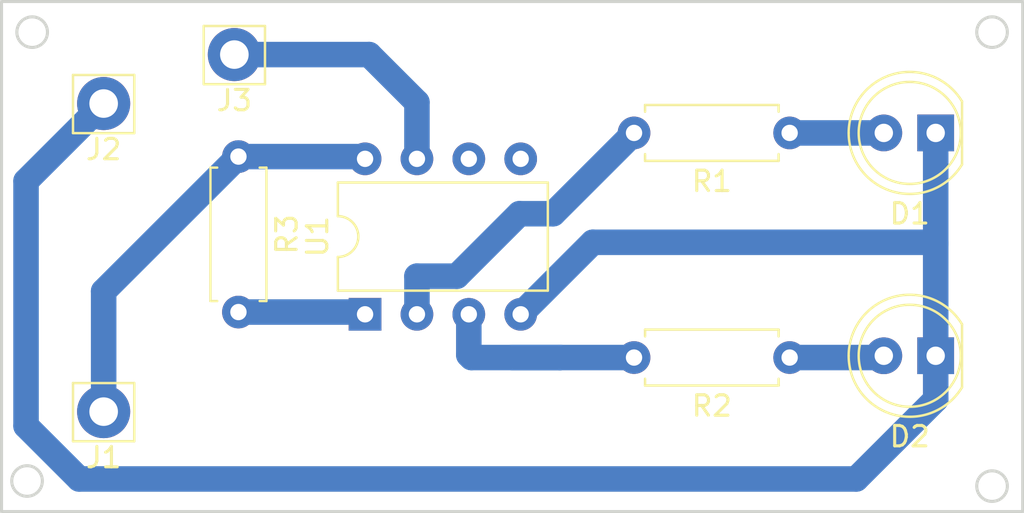
<source format=kicad_pcb>
(kicad_pcb (version 20171130) (host pcbnew 5.1.6-c6e7f7d~87~ubuntu18.04.1)

  (general
    (thickness 1.6)
    (drawings 9)
    (tracks 34)
    (zones 0)
    (modules 9)
    (nets 11)
  )

  (page A4)
  (layers
    (0 F.Cu signal hide)
    (31 B.Cu signal)
    (32 B.Adhes user hide)
    (33 F.Adhes user hide)
    (34 B.Paste user hide)
    (35 F.Paste user hide)
    (36 B.SilkS user hide)
    (37 F.SilkS user hide)
    (38 B.Mask user hide)
    (39 F.Mask user hide)
    (40 Dwgs.User user hide)
    (41 Cmts.User user hide)
    (42 Eco1.User user hide)
    (43 Eco2.User user hide)
    (44 Edge.Cuts user)
    (45 Margin user hide)
    (46 B.CrtYd user hide)
    (47 F.CrtYd user hide)
    (48 B.Fab user hide)
    (49 F.Fab user hide)
  )

  (setup
    (last_trace_width 1.25)
    (user_trace_width 0.5)
    (user_trace_width 1)
    (user_trace_width 1.25)
    (user_trace_width 2)
    (trace_clearance 0.35)
    (zone_clearance 0.508)
    (zone_45_only no)
    (trace_min 0.2)
    (via_size 0.8)
    (via_drill 0.4)
    (via_min_size 0.4)
    (via_min_drill 0.3)
    (uvia_size 0.3)
    (uvia_drill 0.1)
    (uvias_allowed no)
    (uvia_min_size 0.2)
    (uvia_min_drill 0.1)
    (edge_width 0.05)
    (segment_width 0.2)
    (pcb_text_width 0.3)
    (pcb_text_size 1.5 1.5)
    (mod_edge_width 0.12)
    (mod_text_size 1 1)
    (mod_text_width 0.15)
    (pad_size 1.524 1.524)
    (pad_drill 0.762)
    (pad_to_mask_clearance 0.05)
    (aux_axis_origin 0 0)
    (visible_elements FFFFFF7F)
    (pcbplotparams
      (layerselection 0x010fc_ffffffff)
      (usegerberextensions false)
      (usegerberattributes true)
      (usegerberadvancedattributes true)
      (creategerberjobfile true)
      (excludeedgelayer true)
      (linewidth 0.100000)
      (plotframeref false)
      (viasonmask false)
      (mode 1)
      (useauxorigin false)
      (hpglpennumber 1)
      (hpglpenspeed 20)
      (hpglpendiameter 15.000000)
      (psnegative false)
      (psa4output false)
      (plotreference true)
      (plotvalue true)
      (plotinvisibletext false)
      (padsonsilk false)
      (subtractmaskfromsilk false)
      (outputformat 1)
      (mirror false)
      (drillshape 1)
      (scaleselection 1)
      (outputdirectory ""))
  )

  (net 0 "")
  (net 1 "Net-(D1-Pad2)")
  (net 2 GND)
  (net 3 "Net-(D2-Pad2)")
  (net 4 +5V)
  (net 5 "Net-(R1-Pad2)")
  (net 6 "Net-(R2-Pad2)")
  (net 7 "Net-(U1-Pad6)")
  (net 8 "Net-(U1-Pad5)")
  (net 9 "Net-(J3-Pad1)")
  (net 10 "Net-(R3-Pad2)")

  (net_class Default "This is the default net class."
    (clearance 0.35)
    (trace_width 0.3)
    (via_dia 0.8)
    (via_drill 0.4)
    (uvia_dia 0.3)
    (uvia_drill 0.1)
    (add_net +5V)
    (add_net GND)
    (add_net "Net-(D1-Pad2)")
    (add_net "Net-(D2-Pad2)")
    (add_net "Net-(J3-Pad1)")
    (add_net "Net-(R1-Pad2)")
    (add_net "Net-(R2-Pad2)")
    (add_net "Net-(R3-Pad2)")
    (add_net "Net-(U1-Pad5)")
    (add_net "Net-(U1-Pad6)")
  )

  (module Resistor_THT:R_Axial_DIN0207_L6.3mm_D2.5mm_P7.62mm_Horizontal (layer F.Cu) (tedit 5AE5139B) (tstamp 5F19F36C)
    (at 31.6 27.6 270)
    (descr "Resistor, Axial_DIN0207 series, Axial, Horizontal, pin pitch=7.62mm, 0.25W = 1/4W, length*diameter=6.3*2.5mm^2, http://cdn-reichelt.de/documents/datenblatt/B400/1_4W%23YAG.pdf")
    (tags "Resistor Axial_DIN0207 series Axial Horizontal pin pitch 7.62mm 0.25W = 1/4W length 6.3mm diameter 2.5mm")
    (path /5F1ADB90)
    (fp_text reference R3 (at 3.81 -2.37 90) (layer F.SilkS)
      (effects (font (size 1 1) (thickness 0.15)))
    )
    (fp_text value 10K (at 3.81 2.37 90) (layer F.Fab)
      (effects (font (size 1 1) (thickness 0.15)))
    )
    (fp_line (start 8.67 -1.5) (end -1.05 -1.5) (layer F.CrtYd) (width 0.05))
    (fp_line (start 8.67 1.5) (end 8.67 -1.5) (layer F.CrtYd) (width 0.05))
    (fp_line (start -1.05 1.5) (end 8.67 1.5) (layer F.CrtYd) (width 0.05))
    (fp_line (start -1.05 -1.5) (end -1.05 1.5) (layer F.CrtYd) (width 0.05))
    (fp_line (start 7.08 1.37) (end 7.08 1.04) (layer F.SilkS) (width 0.12))
    (fp_line (start 0.54 1.37) (end 7.08 1.37) (layer F.SilkS) (width 0.12))
    (fp_line (start 0.54 1.04) (end 0.54 1.37) (layer F.SilkS) (width 0.12))
    (fp_line (start 7.08 -1.37) (end 7.08 -1.04) (layer F.SilkS) (width 0.12))
    (fp_line (start 0.54 -1.37) (end 7.08 -1.37) (layer F.SilkS) (width 0.12))
    (fp_line (start 0.54 -1.04) (end 0.54 -1.37) (layer F.SilkS) (width 0.12))
    (fp_line (start 7.62 0) (end 6.96 0) (layer F.Fab) (width 0.1))
    (fp_line (start 0 0) (end 0.66 0) (layer F.Fab) (width 0.1))
    (fp_line (start 6.96 -1.25) (end 0.66 -1.25) (layer F.Fab) (width 0.1))
    (fp_line (start 6.96 1.25) (end 6.96 -1.25) (layer F.Fab) (width 0.1))
    (fp_line (start 0.66 1.25) (end 6.96 1.25) (layer F.Fab) (width 0.1))
    (fp_line (start 0.66 -1.25) (end 0.66 1.25) (layer F.Fab) (width 0.1))
    (fp_text user %R (at 3.81 0 90) (layer F.Fab)
      (effects (font (size 1 1) (thickness 0.15)))
    )
    (pad 2 thru_hole oval (at 7.62 0 270) (size 1.6 1.6) (drill 0.8) (layers *.Cu *.Mask)
      (net 10 "Net-(R3-Pad2)"))
    (pad 1 thru_hole circle (at 0 0 270) (size 1.6 1.6) (drill 0.8) (layers *.Cu *.Mask)
      (net 4 +5V))
    (model ${KISYS3DMOD}/Resistor_THT.3dshapes/R_Axial_DIN0207_L6.3mm_D2.5mm_P7.62mm_Horizontal.wrl
      (at (xyz 0 0 0))
      (scale (xyz 1 1 1))
      (rotate (xyz 0 0 0))
    )
  )

  (module Connector_Pin:Pin_D1.4mm_L8.5mm_W2.8mm_FlatFork (layer F.Cu) (tedit 5C89BF14) (tstamp 5F19E65F)
    (at 31.4 22.6)
    (descr "solder Pin_ with flat with fork, hole diameter 1.4mm, length 8.5mm, width 2.8mm, e.g. Ettinger 13.13.890, https://katalog.ettinger.de/#p=434")
    (tags "solder Pin_ with flat fork")
    (path /5F1B4AE2)
    (fp_text reference J3 (at 0 2.25) (layer F.SilkS)
      (effects (font (size 1 1) (thickness 0.15)))
    )
    (fp_text value "Battery Level" (at 7.4 -1.6) (layer F.Fab)
      (effects (font (size 1 1) (thickness 0.15)))
    )
    (fp_line (start 1.9 1.8) (end -1.9 1.8) (layer F.CrtYd) (width 0.05))
    (fp_line (start 1.9 1.8) (end 1.9 -1.8) (layer F.CrtYd) (width 0.05))
    (fp_line (start -1.9 -1.8) (end -1.9 1.8) (layer F.CrtYd) (width 0.05))
    (fp_line (start -1.9 -1.8) (end 1.9 -1.8) (layer F.CrtYd) (width 0.05))
    (fp_line (start -1.4 0.25) (end -1.4 -0.25) (layer F.Fab) (width 0.1))
    (fp_line (start 1.4 -0.25) (end 1.4 0.25) (layer F.Fab) (width 0.1))
    (fp_line (start -1.5 1.45) (end 1.5 1.45) (layer F.SilkS) (width 0.12))
    (fp_line (start -1.5 -1.4) (end -1.5 1.45) (layer F.SilkS) (width 0.12))
    (fp_line (start 1.5 -1.4) (end 1.5 1.45) (layer F.SilkS) (width 0.12))
    (fp_line (start -1.5 -1.4) (end 1.5 -1.4) (layer F.SilkS) (width 0.12))
    (fp_line (start -1.4 -0.25) (end 1.4 -0.25) (layer F.Fab) (width 0.1))
    (fp_line (start 1.4 0.25) (end -1.4 0.25) (layer F.Fab) (width 0.1))
    (fp_text user %R (at 0 2.25) (layer F.Fab)
      (effects (font (size 1 1) (thickness 0.15)))
    )
    (pad 1 thru_hole circle (at 0 0) (size 2.6 2.6) (drill 1.4) (layers *.Cu *.Mask)
      (net 9 "Net-(J3-Pad1)"))
    (model ${KISYS3DMOD}/Connector_Pin.3dshapes/Pin_D1.4mm_L8.5mm_W2.8mm_FlatFork.wrl
      (at (xyz 0 0 0))
      (scale (xyz 1 1 1))
      (rotate (xyz 0 0 0))
    )
  )

  (module Connector_Pin:Pin_D1.4mm_L8.5mm_W2.8mm_FlatFork (layer F.Cu) (tedit 5C89BF14) (tstamp 5F19F025)
    (at 25 25)
    (descr "solder Pin_ with flat with fork, hole diameter 1.4mm, length 8.5mm, width 2.8mm, e.g. Ettinger 13.13.890, https://katalog.ettinger.de/#p=434")
    (tags "solder Pin_ with flat fork")
    (path /5F1BC82A)
    (fp_text reference J2 (at 0 2.25) (layer F.SilkS)
      (effects (font (size 1 1) (thickness 0.15)))
    )
    (fp_text value "POWER -" (at 0 -2.05) (layer F.Fab)
      (effects (font (size 1 1) (thickness 0.15)))
    )
    (fp_line (start 1.9 1.8) (end -1.9 1.8) (layer F.CrtYd) (width 0.05))
    (fp_line (start 1.9 1.8) (end 1.9 -1.8) (layer F.CrtYd) (width 0.05))
    (fp_line (start -1.9 -1.8) (end -1.9 1.8) (layer F.CrtYd) (width 0.05))
    (fp_line (start -1.9 -1.8) (end 1.9 -1.8) (layer F.CrtYd) (width 0.05))
    (fp_line (start -1.4 0.25) (end -1.4 -0.25) (layer F.Fab) (width 0.1))
    (fp_line (start 1.4 -0.25) (end 1.4 0.25) (layer F.Fab) (width 0.1))
    (fp_line (start -1.5 1.45) (end 1.5 1.45) (layer F.SilkS) (width 0.12))
    (fp_line (start -1.5 -1.4) (end -1.5 1.45) (layer F.SilkS) (width 0.12))
    (fp_line (start 1.5 -1.4) (end 1.5 1.45) (layer F.SilkS) (width 0.12))
    (fp_line (start -1.5 -1.4) (end 1.5 -1.4) (layer F.SilkS) (width 0.12))
    (fp_line (start -1.4 -0.25) (end 1.4 -0.25) (layer F.Fab) (width 0.1))
    (fp_line (start 1.4 0.25) (end -1.4 0.25) (layer F.Fab) (width 0.1))
    (fp_text user %R (at 0 2.25) (layer F.Fab)
      (effects (font (size 1 1) (thickness 0.15)))
    )
    (pad 1 thru_hole circle (at 0 0) (size 2.6 2.6) (drill 1.4) (layers *.Cu *.Mask)
      (net 2 GND))
    (model ${KISYS3DMOD}/Connector_Pin.3dshapes/Pin_D1.4mm_L8.5mm_W2.8mm_FlatFork.wrl
      (at (xyz 0 0 0))
      (scale (xyz 1 1 1))
      (rotate (xyz 0 0 0))
    )
  )

  (module Connector_Pin:Pin_D1.4mm_L8.5mm_W2.8mm_FlatFork (layer F.Cu) (tedit 5C89BF14) (tstamp 5F19F732)
    (at 25 40.1)
    (descr "solder Pin_ with flat with fork, hole diameter 1.4mm, length 8.5mm, width 2.8mm, e.g. Ettinger 13.13.890, https://katalog.ettinger.de/#p=434")
    (tags "solder Pin_ with flat fork")
    (path /5F1B98F4)
    (fp_text reference J1 (at 0 2.25) (layer F.SilkS)
      (effects (font (size 1 1) (thickness 0.15)))
    )
    (fp_text value "POWER +" (at 0 -2.05) (layer F.Fab)
      (effects (font (size 1 1) (thickness 0.15)))
    )
    (fp_line (start 1.9 1.8) (end -1.9 1.8) (layer F.CrtYd) (width 0.05))
    (fp_line (start 1.9 1.8) (end 1.9 -1.8) (layer F.CrtYd) (width 0.05))
    (fp_line (start -1.9 -1.8) (end -1.9 1.8) (layer F.CrtYd) (width 0.05))
    (fp_line (start -1.9 -1.8) (end 1.9 -1.8) (layer F.CrtYd) (width 0.05))
    (fp_line (start -1.4 0.25) (end -1.4 -0.25) (layer F.Fab) (width 0.1))
    (fp_line (start 1.4 -0.25) (end 1.4 0.25) (layer F.Fab) (width 0.1))
    (fp_line (start -1.5 1.45) (end 1.5 1.45) (layer F.SilkS) (width 0.12))
    (fp_line (start -1.5 -1.4) (end -1.5 1.45) (layer F.SilkS) (width 0.12))
    (fp_line (start 1.5 -1.4) (end 1.5 1.45) (layer F.SilkS) (width 0.12))
    (fp_line (start -1.5 -1.4) (end 1.5 -1.4) (layer F.SilkS) (width 0.12))
    (fp_line (start -1.4 -0.25) (end 1.4 -0.25) (layer F.Fab) (width 0.1))
    (fp_line (start 1.4 0.25) (end -1.4 0.25) (layer F.Fab) (width 0.1))
    (fp_text user %R (at 0 2.25) (layer F.Fab)
      (effects (font (size 1 1) (thickness 0.15)))
    )
    (pad 1 thru_hole circle (at 0 0) (size 2.6 2.6) (drill 1.4) (layers *.Cu *.Mask)
      (net 4 +5V))
    (model ${KISYS3DMOD}/Connector_Pin.3dshapes/Pin_D1.4mm_L8.5mm_W2.8mm_FlatFork.wrl
      (at (xyz 0 0 0))
      (scale (xyz 1 1 1))
      (rotate (xyz 0 0 0))
    )
  )

  (module Package_DIP:DIP-8_W7.62mm (layer F.Cu) (tedit 5A02E8C5) (tstamp 5F1682E8)
    (at 37.8 35.33 90)
    (descr "8-lead though-hole mounted DIP package, row spacing 7.62 mm (300 mils)")
    (tags "THT DIP DIL PDIP 2.54mm 7.62mm 300mil")
    (path /5F1600B0)
    (fp_text reference U1 (at 3.81 -2.33 90) (layer F.SilkS)
      (effects (font (size 1 1) (thickness 0.15)))
    )
    (fp_text value ATtiny85-20PU (at 3.81 9.95 90) (layer F.Fab)
      (effects (font (size 1 1) (thickness 0.15)))
    )
    (fp_line (start 1.635 -1.27) (end 6.985 -1.27) (layer F.Fab) (width 0.1))
    (fp_line (start 6.985 -1.27) (end 6.985 8.89) (layer F.Fab) (width 0.1))
    (fp_line (start 6.985 8.89) (end 0.635 8.89) (layer F.Fab) (width 0.1))
    (fp_line (start 0.635 8.89) (end 0.635 -0.27) (layer F.Fab) (width 0.1))
    (fp_line (start 0.635 -0.27) (end 1.635 -1.27) (layer F.Fab) (width 0.1))
    (fp_line (start 2.81 -1.33) (end 1.16 -1.33) (layer F.SilkS) (width 0.12))
    (fp_line (start 1.16 -1.33) (end 1.16 8.95) (layer F.SilkS) (width 0.12))
    (fp_line (start 1.16 8.95) (end 6.46 8.95) (layer F.SilkS) (width 0.12))
    (fp_line (start 6.46 8.95) (end 6.46 -1.33) (layer F.SilkS) (width 0.12))
    (fp_line (start 6.46 -1.33) (end 4.81 -1.33) (layer F.SilkS) (width 0.12))
    (fp_line (start -1.1 -1.55) (end -1.1 9.15) (layer F.CrtYd) (width 0.05))
    (fp_line (start -1.1 9.15) (end 8.7 9.15) (layer F.CrtYd) (width 0.05))
    (fp_line (start 8.7 9.15) (end 8.7 -1.55) (layer F.CrtYd) (width 0.05))
    (fp_line (start 8.7 -1.55) (end -1.1 -1.55) (layer F.CrtYd) (width 0.05))
    (fp_text user %R (at 3.81 3.81 270) (layer F.Fab)
      (effects (font (size 1 1) (thickness 0.15)))
    )
    (fp_arc (start 3.81 -1.33) (end 2.81 -1.33) (angle -180) (layer F.SilkS) (width 0.12))
    (pad 8 thru_hole oval (at 7.62 0 90) (size 1.6 1.6) (drill 0.8) (layers *.Cu *.Mask)
      (net 4 +5V))
    (pad 4 thru_hole oval (at 0 7.62 90) (size 1.6 1.6) (drill 0.8) (layers *.Cu *.Mask)
      (net 2 GND))
    (pad 7 thru_hole oval (at 7.62 2.54 90) (size 1.6 1.6) (drill 0.8) (layers *.Cu *.Mask)
      (net 9 "Net-(J3-Pad1)"))
    (pad 3 thru_hole oval (at 0 5.08 90) (size 1.6 1.6) (drill 0.8) (layers *.Cu *.Mask)
      (net 6 "Net-(R2-Pad2)"))
    (pad 6 thru_hole oval (at 7.62 5.08 90) (size 1.6 1.6) (drill 0.8) (layers *.Cu *.Mask)
      (net 7 "Net-(U1-Pad6)"))
    (pad 2 thru_hole oval (at 0 2.54 90) (size 1.6 1.6) (drill 0.8) (layers *.Cu *.Mask)
      (net 5 "Net-(R1-Pad2)"))
    (pad 5 thru_hole oval (at 7.62 7.62 90) (size 1.6 1.6) (drill 0.8) (layers *.Cu *.Mask)
      (net 8 "Net-(U1-Pad5)"))
    (pad 1 thru_hole rect (at 0 0 90) (size 1.6 1.6) (drill 0.8) (layers *.Cu *.Mask)
      (net 10 "Net-(R3-Pad2)"))
    (model ${KISYS3DMOD}/Package_DIP.3dshapes/DIP-8_W7.62mm.wrl
      (at (xyz 0 0 0))
      (scale (xyz 1 1 1))
      (rotate (xyz 0 0 0))
    )
  )

  (module LED_THT:LED_D5.0mm (layer F.Cu) (tedit 5995936A) (tstamp 5F19F23D)
    (at 65.74 37.362 180)
    (descr "LED, diameter 5.0mm, 2 pins, http://cdn-reichelt.de/documents/datenblatt/A500/LL-504BC2E-009.pdf")
    (tags "LED diameter 5.0mm 2 pins")
    (path /5F16286C)
    (fp_text reference D2 (at 1.27 -3.96) (layer F.SilkS)
      (effects (font (size 1 1) (thickness 0.15)))
    )
    (fp_text value "IR LED" (at 1.27 3.96) (layer F.Fab)
      (effects (font (size 1 1) (thickness 0.15)))
    )
    (fp_circle (center 1.27 0) (end 3.77 0) (layer F.Fab) (width 0.1))
    (fp_circle (center 1.27 0) (end 3.77 0) (layer F.SilkS) (width 0.12))
    (fp_line (start -1.23 -1.469694) (end -1.23 1.469694) (layer F.Fab) (width 0.1))
    (fp_line (start -1.29 -1.545) (end -1.29 1.545) (layer F.SilkS) (width 0.12))
    (fp_line (start -1.95 -3.25) (end -1.95 3.25) (layer F.CrtYd) (width 0.05))
    (fp_line (start -1.95 3.25) (end 4.5 3.25) (layer F.CrtYd) (width 0.05))
    (fp_line (start 4.5 3.25) (end 4.5 -3.25) (layer F.CrtYd) (width 0.05))
    (fp_line (start 4.5 -3.25) (end -1.95 -3.25) (layer F.CrtYd) (width 0.05))
    (fp_text user %R (at 1.25 0) (layer F.Fab)
      (effects (font (size 0.8 0.8) (thickness 0.2)))
    )
    (fp_arc (start 1.27 0) (end -1.29 1.54483) (angle -148.9) (layer F.SilkS) (width 0.12))
    (fp_arc (start 1.27 0) (end -1.29 -1.54483) (angle 148.9) (layer F.SilkS) (width 0.12))
    (fp_arc (start 1.27 0) (end -1.23 -1.469694) (angle 299.1) (layer F.Fab) (width 0.1))
    (pad 2 thru_hole circle (at 2.54 0 180) (size 1.8 1.8) (drill 0.9) (layers *.Cu *.Mask)
      (net 3 "Net-(D2-Pad2)"))
    (pad 1 thru_hole rect (at 0 0 180) (size 1.8 1.8) (drill 0.9) (layers *.Cu *.Mask)
      (net 2 GND))
    (model ${KISYS3DMOD}/LED_THT.3dshapes/LED_D5.0mm.wrl
      (at (xyz 0 0 0))
      (scale (xyz 1 1 1))
      (rotate (xyz 0 0 0))
    )
  )

  (module LED_THT:LED_D5.0mm (layer F.Cu) (tedit 5995936A) (tstamp 5F16825E)
    (at 65.74 26.44 180)
    (descr "LED, diameter 5.0mm, 2 pins, http://cdn-reichelt.de/documents/datenblatt/A500/LL-504BC2E-009.pdf")
    (tags "LED diameter 5.0mm 2 pins")
    (path /5F162297)
    (fp_text reference D1 (at 1.27 -3.96) (layer F.SilkS)
      (effects (font (size 1 1) (thickness 0.15)))
    )
    (fp_text value LED (at 1.27 3.96) (layer F.Fab)
      (effects (font (size 1 1) (thickness 0.15)))
    )
    (fp_circle (center 1.27 0) (end 3.77 0) (layer F.Fab) (width 0.1))
    (fp_circle (center 1.27 0) (end 3.77 0) (layer F.SilkS) (width 0.12))
    (fp_line (start -1.23 -1.469694) (end -1.23 1.469694) (layer F.Fab) (width 0.1))
    (fp_line (start -1.29 -1.545) (end -1.29 1.545) (layer F.SilkS) (width 0.12))
    (fp_line (start -1.95 -3.25) (end -1.95 3.25) (layer F.CrtYd) (width 0.05))
    (fp_line (start -1.95 3.25) (end 4.5 3.25) (layer F.CrtYd) (width 0.05))
    (fp_line (start 4.5 3.25) (end 4.5 -3.25) (layer F.CrtYd) (width 0.05))
    (fp_line (start 4.5 -3.25) (end -1.95 -3.25) (layer F.CrtYd) (width 0.05))
    (fp_text user %R (at 1.25 0) (layer F.Fab)
      (effects (font (size 0.8 0.8) (thickness 0.2)))
    )
    (fp_arc (start 1.27 0) (end -1.29 1.54483) (angle -148.9) (layer F.SilkS) (width 0.12))
    (fp_arc (start 1.27 0) (end -1.29 -1.54483) (angle 148.9) (layer F.SilkS) (width 0.12))
    (fp_arc (start 1.27 0) (end -1.23 -1.469694) (angle 299.1) (layer F.Fab) (width 0.1))
    (pad 2 thru_hole circle (at 2.54 0 180) (size 1.8 1.8) (drill 0.9) (layers *.Cu *.Mask)
      (net 1 "Net-(D1-Pad2)"))
    (pad 1 thru_hole rect (at 0 0 180) (size 1.8 1.8) (drill 0.9) (layers *.Cu *.Mask)
      (net 2 GND))
    (model ${KISYS3DMOD}/LED_THT.3dshapes/LED_D5.0mm.wrl
      (at (xyz 0 0 0))
      (scale (xyz 1 1 1))
      (rotate (xyz 0 0 0))
    )
  )

  (module Resistor_THT:R_Axial_DIN0207_L6.3mm_D2.5mm_P7.62mm_Horizontal (layer F.Cu) (tedit 5AE5139B) (tstamp 5F1710E1)
    (at 58.59 26.44 180)
    (descr "Resistor, Axial_DIN0207 series, Axial, Horizontal, pin pitch=7.62mm, 0.25W = 1/4W, length*diameter=6.3*2.5mm^2, http://cdn-reichelt.de/documents/datenblatt/B400/1_4W%23YAG.pdf")
    (tags "Resistor Axial_DIN0207 series Axial Horizontal pin pitch 7.62mm 0.25W = 1/4W length 6.3mm diameter 2.5mm")
    (path /5F160EF9)
    (fp_text reference R1 (at 3.81 -2.37) (layer F.SilkS)
      (effects (font (size 1 1) (thickness 0.15)))
    )
    (fp_text value 2.2K (at 3.81 2.37) (layer F.Fab)
      (effects (font (size 1 1) (thickness 0.15)))
    )
    (fp_line (start 8.67 -1.5) (end -1.05 -1.5) (layer F.CrtYd) (width 0.05))
    (fp_line (start 8.67 1.5) (end 8.67 -1.5) (layer F.CrtYd) (width 0.05))
    (fp_line (start -1.05 1.5) (end 8.67 1.5) (layer F.CrtYd) (width 0.05))
    (fp_line (start -1.05 -1.5) (end -1.05 1.5) (layer F.CrtYd) (width 0.05))
    (fp_line (start 7.08 1.37) (end 7.08 1.04) (layer F.SilkS) (width 0.12))
    (fp_line (start 0.54 1.37) (end 7.08 1.37) (layer F.SilkS) (width 0.12))
    (fp_line (start 0.54 1.04) (end 0.54 1.37) (layer F.SilkS) (width 0.12))
    (fp_line (start 7.08 -1.37) (end 7.08 -1.04) (layer F.SilkS) (width 0.12))
    (fp_line (start 0.54 -1.37) (end 7.08 -1.37) (layer F.SilkS) (width 0.12))
    (fp_line (start 0.54 -1.04) (end 0.54 -1.37) (layer F.SilkS) (width 0.12))
    (fp_line (start 7.62 0) (end 6.96 0) (layer F.Fab) (width 0.1))
    (fp_line (start 0 0) (end 0.66 0) (layer F.Fab) (width 0.1))
    (fp_line (start 6.96 -1.25) (end 0.66 -1.25) (layer F.Fab) (width 0.1))
    (fp_line (start 6.96 1.25) (end 6.96 -1.25) (layer F.Fab) (width 0.1))
    (fp_line (start 0.66 1.25) (end 6.96 1.25) (layer F.Fab) (width 0.1))
    (fp_line (start 0.66 -1.25) (end 0.66 1.25) (layer F.Fab) (width 0.1))
    (fp_text user %R (at 3.81 0) (layer F.Fab)
      (effects (font (size 1 1) (thickness 0.15)))
    )
    (pad 1 thru_hole circle (at 0 0 180) (size 1.6 1.6) (drill 0.8) (layers *.Cu *.Mask)
      (net 1 "Net-(D1-Pad2)"))
    (pad 2 thru_hole oval (at 7.62 0 180) (size 1.6 1.6) (drill 0.8) (layers *.Cu *.Mask)
      (net 5 "Net-(R1-Pad2)"))
    (model ${KISYS3DMOD}/Resistor_THT.3dshapes/R_Axial_DIN0207_L6.3mm_D2.5mm_P7.62mm_Horizontal.wrl
      (at (xyz 0 0 0))
      (scale (xyz 1 1 1))
      (rotate (xyz 0 0 0))
    )
  )

  (module Resistor_THT:R_Axial_DIN0207_L6.3mm_D2.5mm_P7.62mm_Horizontal (layer F.Cu) (tedit 5AE5139B) (tstamp 5F19F1EE)
    (at 58.59 37.45 180)
    (descr "Resistor, Axial_DIN0207 series, Axial, Horizontal, pin pitch=7.62mm, 0.25W = 1/4W, length*diameter=6.3*2.5mm^2, http://cdn-reichelt.de/documents/datenblatt/B400/1_4W%23YAG.pdf")
    (tags "Resistor Axial_DIN0207 series Axial Horizontal pin pitch 7.62mm 0.25W = 1/4W length 6.3mm diameter 2.5mm")
    (path /5F161C68)
    (fp_text reference R2 (at 3.81 -2.37) (layer F.SilkS)
      (effects (font (size 1 1) (thickness 0.15)))
    )
    (fp_text value 47 (at 3.81 2.37) (layer F.Fab)
      (effects (font (size 1 1) (thickness 0.15)))
    )
    (fp_line (start 0.66 -1.25) (end 0.66 1.25) (layer F.Fab) (width 0.1))
    (fp_line (start 0.66 1.25) (end 6.96 1.25) (layer F.Fab) (width 0.1))
    (fp_line (start 6.96 1.25) (end 6.96 -1.25) (layer F.Fab) (width 0.1))
    (fp_line (start 6.96 -1.25) (end 0.66 -1.25) (layer F.Fab) (width 0.1))
    (fp_line (start 0 0) (end 0.66 0) (layer F.Fab) (width 0.1))
    (fp_line (start 7.62 0) (end 6.96 0) (layer F.Fab) (width 0.1))
    (fp_line (start 0.54 -1.04) (end 0.54 -1.37) (layer F.SilkS) (width 0.12))
    (fp_line (start 0.54 -1.37) (end 7.08 -1.37) (layer F.SilkS) (width 0.12))
    (fp_line (start 7.08 -1.37) (end 7.08 -1.04) (layer F.SilkS) (width 0.12))
    (fp_line (start 0.54 1.04) (end 0.54 1.37) (layer F.SilkS) (width 0.12))
    (fp_line (start 0.54 1.37) (end 7.08 1.37) (layer F.SilkS) (width 0.12))
    (fp_line (start 7.08 1.37) (end 7.08 1.04) (layer F.SilkS) (width 0.12))
    (fp_line (start -1.05 -1.5) (end -1.05 1.5) (layer F.CrtYd) (width 0.05))
    (fp_line (start -1.05 1.5) (end 8.67 1.5) (layer F.CrtYd) (width 0.05))
    (fp_line (start 8.67 1.5) (end 8.67 -1.5) (layer F.CrtYd) (width 0.05))
    (fp_line (start 8.67 -1.5) (end -1.05 -1.5) (layer F.CrtYd) (width 0.05))
    (fp_text user %R (at 3.81 0) (layer F.Fab)
      (effects (font (size 1 1) (thickness 0.15)))
    )
    (pad 2 thru_hole oval (at 7.62 0 180) (size 1.6 1.6) (drill 0.8) (layers *.Cu *.Mask)
      (net 6 "Net-(R2-Pad2)"))
    (pad 1 thru_hole circle (at 0 0 180) (size 1.6 1.6) (drill 0.8) (layers *.Cu *.Mask)
      (net 3 "Net-(D2-Pad2)"))
    (model ${KISYS3DMOD}/Resistor_THT.3dshapes/R_Axial_DIN0207_L6.3mm_D2.5mm_P7.62mm_Horizontal.wrl
      (at (xyz 0 0 0))
      (scale (xyz 1 1 1))
      (rotate (xyz 0 0 0))
    )
  )

  (gr_line (start 20 45) (end 20 20) (layer Edge.Cuts) (width 0.15) (tstamp 5F19F4B1))
  (gr_line (start 70 45) (end 20 45) (layer Edge.Cuts) (width 0.15))
  (gr_line (start 70 20) (end 70 45) (layer Edge.Cuts) (width 0.15))
  (gr_line (start 20 20) (end 70 20) (layer Edge.Cuts) (width 0.15) (tstamp 5F1B0F47))
  (gr_text "roomba(like) Virtual Wall v2" (at 129.6 60.8) (layer Dwgs.User)
    (effects (font (size 1 1) (thickness 0.15) italic))
  )
  (gr_circle (center 21.5 21.5) (end 22.25 21.5) (layer Edge.Cuts) (width 0.15) (tstamp 5F168C78))
  (gr_circle (center 68.5 21.5) (end 69.25 21.5) (layer Edge.Cuts) (width 0.15))
  (gr_circle (center 68.5 43.75) (end 69.25 43.75) (layer Edge.Cuts) (width 0.15) (tstamp 5F168C78))
  (gr_circle (center 21.25 43.5) (end 22 43.5) (layer Edge.Cuts) (width 0.15) (tstamp 5F168C78))

  (segment (start 58.59 26.44) (end 63.2 26.44) (width 1.25) (layer B.Cu) (net 1))
  (segment (start 155.8 46.5) (end 155.74 46.44) (width 1.25) (layer F.Cu) (net 2))
  (segment (start 25 25) (end 21.2 28.8) (width 1.25) (layer B.Cu) (net 2))
  (segment (start 21.2 28.8) (end 21.2 40.8) (width 1.25) (layer B.Cu) (net 2))
  (segment (start 21.2 40.8) (end 23.8 43.4) (width 1.25) (layer B.Cu) (net 2))
  (segment (start 23.8 43.4) (end 61.852 43.4) (width 1.25) (layer B.Cu) (net 2))
  (segment (start 45.42 35.33) (end 48.95 31.8) (width 1.25) (layer B.Cu) (net 2))
  (segment (start 65.68 31.8) (end 65.74 31.86) (width 1.25) (layer B.Cu) (net 2))
  (segment (start 48.95 31.8) (end 65.68 31.8) (width 1.25) (layer B.Cu) (net 2))
  (segment (start 65.74 37.362) (end 65.74 31.86) (width 1.25) (layer B.Cu) (net 2))
  (segment (start 65.74 31.86) (end 65.74 26.44) (width 1.25) (layer B.Cu) (net 2))
  (segment (start 65.74 39.512) (end 65.74 37.362) (width 1.25) (layer B.Cu) (net 2))
  (segment (start 61.852 43.4) (end 65.74 39.512) (width 1.25) (layer B.Cu) (net 2))
  (segment (start 63.112 37.45) (end 63.2 37.362) (width 1.25) (layer B.Cu) (net 3))
  (segment (start 58.59 37.45) (end 63.112 37.45) (width 1.25) (layer B.Cu) (net 3))
  (segment (start 37.69 27.6) (end 37.8 27.71) (width 1.25) (layer B.Cu) (net 4))
  (segment (start 31.6 27.6) (end 37.69 27.6) (width 1.25) (layer B.Cu) (net 4))
  (segment (start 25 34.2) (end 31.6 27.6) (width 1.25) (layer B.Cu) (net 4))
  (segment (start 25 39.8) (end 25 34.2) (width 1.25) (layer B.Cu) (net 4) (tstamp 5F19F6D7))
  (segment (start 40.34 35.33) (end 40.34 33.46) (width 1.25) (layer B.Cu) (net 5))
  (segment (start 42.297002 33.46) (end 45.357002 30.4) (width 1.25) (layer B.Cu) (net 5))
  (segment (start 40.34 33.46) (end 42.297002 33.46) (width 1.25) (layer B.Cu) (net 5))
  (segment (start 47.01 30.4) (end 50.97 26.44) (width 1.25) (layer B.Cu) (net 5))
  (segment (start 45.357002 30.4) (end 47.01 30.4) (width 1.25) (layer B.Cu) (net 5))
  (segment (start 42.88 35.33) (end 42.88 37.32) (width 1.25) (layer B.Cu) (net 6))
  (segment (start 43.01 37.45) (end 47.35 37.45) (width 1.25) (layer B.Cu) (net 6))
  (segment (start 42.88 37.32) (end 43.01 37.45) (width 1.25) (layer B.Cu) (net 6))
  (segment (start 45 37.45) (end 47.35 37.45) (width 1.25) (layer B.Cu) (net 6))
  (segment (start 47.35 37.45) (end 50.97 37.45) (width 1.25) (layer B.Cu) (net 6))
  (segment (start 40.34 24.94) (end 40.34 27.71) (width 1.25) (layer B.Cu) (net 9))
  (segment (start 31.4 22.6) (end 38 22.6) (width 1.25) (layer B.Cu) (net 9))
  (segment (start 38 22.6) (end 40.34 24.94) (width 1.25) (layer B.Cu) (net 9))
  (segment (start 37.69 35.22) (end 37.8 35.33) (width 1.25) (layer B.Cu) (net 10))
  (segment (start 31.6 35.22) (end 37.69 35.22) (width 1.25) (layer B.Cu) (net 10))

)

</source>
